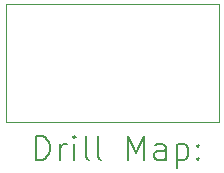
<source format=gbr>
%TF.GenerationSoftware,KiCad,Pcbnew,7.0.6-7.0.6~ubuntu22.04.1*%
%TF.CreationDate,2023-08-02T12:04:09+12:00*%
%TF.ProjectId,TWIST_SWTICH_SPACER_PLATE-v1.0,54574953-545f-4535-9754-4943485f5350,v1.0*%
%TF.SameCoordinates,Original*%
%TF.FileFunction,Drillmap*%
%TF.FilePolarity,Positive*%
%FSLAX45Y45*%
G04 Gerber Fmt 4.5, Leading zero omitted, Abs format (unit mm)*
G04 Created by KiCad (PCBNEW 7.0.6-7.0.6~ubuntu22.04.1) date 2023-08-02 12:04:09*
%MOMM*%
%LPD*%
G01*
G04 APERTURE LIST*
%ADD10C,0.100000*%
%ADD11C,0.200000*%
G04 APERTURE END LIST*
D10*
X20900000Y-14500000D02*
X20900000Y-15500000D01*
X19100000Y-14500000D02*
X19100000Y-15500000D01*
X19100000Y-15500000D02*
X20900000Y-15500000D01*
X19100000Y-14500000D02*
X20900000Y-14500000D01*
D11*
X19355777Y-15816484D02*
X19355777Y-15616484D01*
X19355777Y-15616484D02*
X19403396Y-15616484D01*
X19403396Y-15616484D02*
X19431967Y-15626008D01*
X19431967Y-15626008D02*
X19451015Y-15645055D01*
X19451015Y-15645055D02*
X19460539Y-15664103D01*
X19460539Y-15664103D02*
X19470063Y-15702198D01*
X19470063Y-15702198D02*
X19470063Y-15730769D01*
X19470063Y-15730769D02*
X19460539Y-15768865D01*
X19460539Y-15768865D02*
X19451015Y-15787912D01*
X19451015Y-15787912D02*
X19431967Y-15806960D01*
X19431967Y-15806960D02*
X19403396Y-15816484D01*
X19403396Y-15816484D02*
X19355777Y-15816484D01*
X19555777Y-15816484D02*
X19555777Y-15683150D01*
X19555777Y-15721246D02*
X19565301Y-15702198D01*
X19565301Y-15702198D02*
X19574824Y-15692674D01*
X19574824Y-15692674D02*
X19593872Y-15683150D01*
X19593872Y-15683150D02*
X19612920Y-15683150D01*
X19679586Y-15816484D02*
X19679586Y-15683150D01*
X19679586Y-15616484D02*
X19670063Y-15626008D01*
X19670063Y-15626008D02*
X19679586Y-15635531D01*
X19679586Y-15635531D02*
X19689110Y-15626008D01*
X19689110Y-15626008D02*
X19679586Y-15616484D01*
X19679586Y-15616484D02*
X19679586Y-15635531D01*
X19803396Y-15816484D02*
X19784348Y-15806960D01*
X19784348Y-15806960D02*
X19774824Y-15787912D01*
X19774824Y-15787912D02*
X19774824Y-15616484D01*
X19908158Y-15816484D02*
X19889110Y-15806960D01*
X19889110Y-15806960D02*
X19879586Y-15787912D01*
X19879586Y-15787912D02*
X19879586Y-15616484D01*
X20136729Y-15816484D02*
X20136729Y-15616484D01*
X20136729Y-15616484D02*
X20203396Y-15759341D01*
X20203396Y-15759341D02*
X20270063Y-15616484D01*
X20270063Y-15616484D02*
X20270063Y-15816484D01*
X20451015Y-15816484D02*
X20451015Y-15711722D01*
X20451015Y-15711722D02*
X20441491Y-15692674D01*
X20441491Y-15692674D02*
X20422444Y-15683150D01*
X20422444Y-15683150D02*
X20384348Y-15683150D01*
X20384348Y-15683150D02*
X20365301Y-15692674D01*
X20451015Y-15806960D02*
X20431967Y-15816484D01*
X20431967Y-15816484D02*
X20384348Y-15816484D01*
X20384348Y-15816484D02*
X20365301Y-15806960D01*
X20365301Y-15806960D02*
X20355777Y-15787912D01*
X20355777Y-15787912D02*
X20355777Y-15768865D01*
X20355777Y-15768865D02*
X20365301Y-15749817D01*
X20365301Y-15749817D02*
X20384348Y-15740293D01*
X20384348Y-15740293D02*
X20431967Y-15740293D01*
X20431967Y-15740293D02*
X20451015Y-15730769D01*
X20546253Y-15683150D02*
X20546253Y-15883150D01*
X20546253Y-15692674D02*
X20565301Y-15683150D01*
X20565301Y-15683150D02*
X20603396Y-15683150D01*
X20603396Y-15683150D02*
X20622444Y-15692674D01*
X20622444Y-15692674D02*
X20631967Y-15702198D01*
X20631967Y-15702198D02*
X20641491Y-15721246D01*
X20641491Y-15721246D02*
X20641491Y-15778388D01*
X20641491Y-15778388D02*
X20631967Y-15797436D01*
X20631967Y-15797436D02*
X20622444Y-15806960D01*
X20622444Y-15806960D02*
X20603396Y-15816484D01*
X20603396Y-15816484D02*
X20565301Y-15816484D01*
X20565301Y-15816484D02*
X20546253Y-15806960D01*
X20727205Y-15797436D02*
X20736729Y-15806960D01*
X20736729Y-15806960D02*
X20727205Y-15816484D01*
X20727205Y-15816484D02*
X20717682Y-15806960D01*
X20717682Y-15806960D02*
X20727205Y-15797436D01*
X20727205Y-15797436D02*
X20727205Y-15816484D01*
X20727205Y-15692674D02*
X20736729Y-15702198D01*
X20736729Y-15702198D02*
X20727205Y-15711722D01*
X20727205Y-15711722D02*
X20717682Y-15702198D01*
X20717682Y-15702198D02*
X20727205Y-15692674D01*
X20727205Y-15692674D02*
X20727205Y-15711722D01*
M02*

</source>
